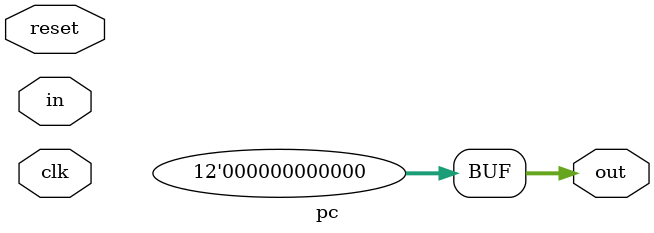
<source format=v>
module pc (clk, reset, in, out);
 input clk, reset;
 input wire[31:0] in;
 output wire[11:0] out;
 reg[11:0] out;
 
 initial
   begin
       out = 12'b0;
   end
 
 genvar i;
 generate
 for(i = 0; i < 32; i++) begin:pc
  dffe_ref dff(out[i], in[i], clk, 1'b1, reset);
 end
 endgenerate

endmodule
</source>
